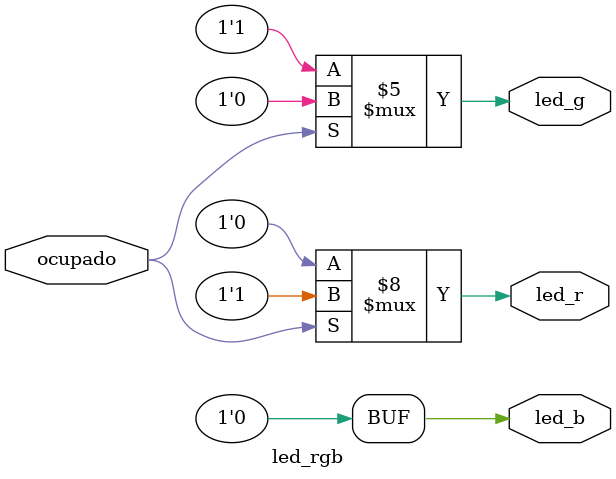
<source format=v>
module led_rgb(
	input wire ocupado, // 1 = ocupado, 0 = livre
	output reg led_r,   // LED vermelho
	output reg led_g,   // LED verde
	output reg led_b   // LED azul (não usado)
);

	always @(*) begin
		if (ocupado) begin
			led_r = 1'b1; // acende vermelho
			led_g = 1'b0; // apaga verde
			led_b = 1'b0; // apaga azul
		end else begin
			led_r = 1'b0; // apaga vermelho
			led_g = 1'b1; // acende verde
			led_b = 1'b0; // apaga azul
		end
	end
endmodule

</source>
